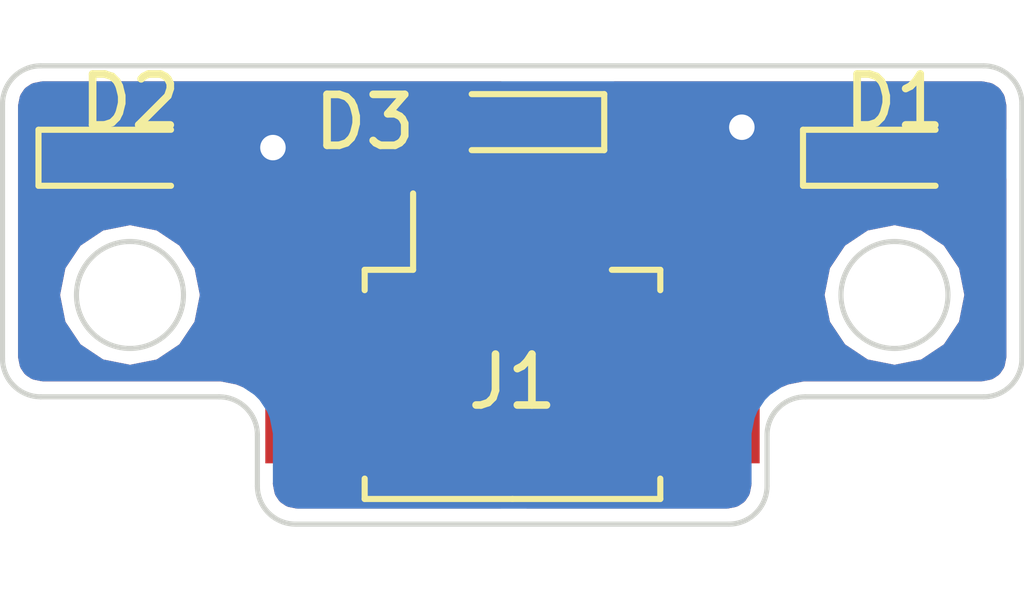
<source format=kicad_pcb>
(kicad_pcb (version 20171130) (host pcbnew "(6.0.0-rc1-dev-634-gb5e3f6406)")

  (general
    (thickness 1.6)
    (drawings 72)
    (tracks 13)
    (zones 0)
    (modules 4)
    (nets 5)
  )

  (page A4)
  (layers
    (0 F.Cu signal)
    (31 B.Cu signal)
    (32 B.Adhes user)
    (33 F.Adhes user)
    (34 B.Paste user)
    (35 F.Paste user)
    (36 B.SilkS user)
    (37 F.SilkS user)
    (38 B.Mask user)
    (39 F.Mask user)
    (40 Dwgs.User user)
    (41 Cmts.User user)
    (42 Eco1.User user)
    (43 Eco2.User user)
    (44 Edge.Cuts user)
    (45 Margin user)
    (46 B.CrtYd user)
    (47 F.CrtYd user)
    (48 B.Fab user)
    (49 F.Fab user)
  )

  (setup
    (last_trace_width 0.25)
    (user_trace_width 0.5)
    (trace_clearance 0.2)
    (zone_clearance 0.254)
    (zone_45_only no)
    (trace_min 0.2)
    (via_size 0.8)
    (via_drill 0.4)
    (via_min_size 0.4)
    (via_min_drill 0.3)
    (user_via 1 0.5)
    (uvia_size 0.3)
    (uvia_drill 0.1)
    (uvias_allowed no)
    (uvia_min_size 0.2)
    (uvia_min_drill 0.1)
    (edge_width 0.2)
    (segment_width 0.2)
    (pcb_text_width 0.3)
    (pcb_text_size 1.5 1.5)
    (mod_edge_width 0.15)
    (mod_text_size 1 1)
    (mod_text_width 0.15)
    (pad_size 1.524 1.524)
    (pad_drill 0.762)
    (pad_to_mask_clearance 0.01)
    (solder_mask_min_width 0.25)
    (aux_axis_origin 0 0)
    (visible_elements FFFFFF7F)
    (pcbplotparams
      (layerselection 0x010fc_ffffffff)
      (usegerberextensions true)
      (usegerberattributes false)
      (usegerberadvancedattributes false)
      (creategerberjobfile false)
      (excludeedgelayer true)
      (linewidth 0.100000)
      (plotframeref false)
      (viasonmask false)
      (mode 1)
      (useauxorigin true)
      (hpglpennumber 1)
      (hpglpenspeed 20)
      (hpglpendiameter 15.000000)
      (psnegative false)
      (psa4output false)
      (plotreference true)
      (plotvalue true)
      (plotinvisibletext false)
      (padsonsilk false)
      (subtractmaskfromsilk false)
      (outputformat 1)
      (mirror false)
      (drillshape 0)
      (scaleselection 1)
      (outputdirectory "gerber/"))
  )

  (net 0 "")
  (net 1 "Net-(D1-Pad2)")
  (net 2 "Net-(D1-Pad1)")
  (net 3 "Net-(D2-Pad1)")
  (net 4 "Net-(D3-Pad1)")

  (net_class Default "This is the default net class."
    (clearance 0.2)
    (trace_width 0.25)
    (via_dia 0.8)
    (via_drill 0.4)
    (uvia_dia 0.3)
    (uvia_drill 0.1)
    (add_net "Net-(D1-Pad1)")
    (add_net "Net-(D1-Pad2)")
    (add_net "Net-(D2-Pad1)")
    (add_net "Net-(D3-Pad1)")
  )

  (module LEDs:LED_0603_HandSoldering (layer F.Cu) (tedit 595FC9C0) (tstamp 5B3A14F0)
    (at 145 97.3)
    (descr "LED SMD 0603, hand soldering")
    (tags "LED 0603")
    (path /5B3A17E1)
    (attr smd)
    (fp_text reference D1 (at 0 -1.1) (layer F.SilkS)
      (effects (font (size 1 1) (thickness 0.15)))
    )
    (fp_text value LED (at 0 1.55) (layer F.Fab)
      (effects (font (size 1 1) (thickness 0.15)))
    )
    (fp_line (start -0.8 -0.4) (end -0.8 0.4) (layer F.Fab) (width 0.1))
    (fp_line (start 1.95 0.7) (end -1.96 0.7) (layer F.CrtYd) (width 0.05))
    (fp_line (start 1.95 0.7) (end 1.95 -0.7) (layer F.CrtYd) (width 0.05))
    (fp_line (start -1.96 -0.7) (end -1.96 0.7) (layer F.CrtYd) (width 0.05))
    (fp_line (start -1.96 -0.7) (end 1.95 -0.7) (layer F.CrtYd) (width 0.05))
    (fp_line (start -1.8 -0.55) (end 0.8 -0.55) (layer F.SilkS) (width 0.12))
    (fp_line (start -1.8 0.55) (end 0.8 0.55) (layer F.SilkS) (width 0.12))
    (fp_line (start -0.8 -0.4) (end 0.8 -0.4) (layer F.Fab) (width 0.1))
    (fp_line (start 0.8 -0.4) (end 0.8 0.4) (layer F.Fab) (width 0.1))
    (fp_line (start 0.8 0.4) (end -0.8 0.4) (layer F.Fab) (width 0.1))
    (fp_line (start 0.15 -0.2) (end 0.15 0.2) (layer F.Fab) (width 0.1))
    (fp_line (start 0.15 0.2) (end -0.15 0) (layer F.Fab) (width 0.1))
    (fp_line (start -0.15 0) (end 0.15 -0.2) (layer F.Fab) (width 0.1))
    (fp_line (start -0.2 -0.2) (end -0.2 0.2) (layer F.Fab) (width 0.1))
    (fp_line (start -1.8 -0.55) (end -1.8 0.55) (layer F.SilkS) (width 0.12))
    (pad 2 smd rect (at 1.1 0) (size 1.2 0.9) (layers F.Cu F.Paste F.Mask)
      (net 1 "Net-(D1-Pad2)"))
    (pad 1 smd rect (at -1.1 0) (size 1.2 0.9) (layers F.Cu F.Paste F.Mask)
      (net 2 "Net-(D1-Pad1)"))
    (model ${KISYS3DMOD}/LED_SMD.3dshapes/LED_0603_1608Metric.step
      (at (xyz 0 0 0))
      (scale (xyz 1 1 1))
      (rotate (xyz 0 0 0))
    )
  )

  (module LEDs:LED_0603_HandSoldering (layer F.Cu) (tedit 595FC9C0) (tstamp 5B3A1505)
    (at 137.5 96.6 180)
    (descr "LED SMD 0603, hand soldering")
    (tags "LED 0603")
    (path /5B3A1839)
    (attr smd)
    (fp_text reference D3 (at 2.9 0 180) (layer F.SilkS)
      (effects (font (size 1 1) (thickness 0.15)))
    )
    (fp_text value LED (at 0 1.55 180) (layer F.Fab)
      (effects (font (size 1 1) (thickness 0.15)))
    )
    (fp_line (start -1.8 -0.55) (end -1.8 0.55) (layer F.SilkS) (width 0.12))
    (fp_line (start -0.2 -0.2) (end -0.2 0.2) (layer F.Fab) (width 0.1))
    (fp_line (start -0.15 0) (end 0.15 -0.2) (layer F.Fab) (width 0.1))
    (fp_line (start 0.15 0.2) (end -0.15 0) (layer F.Fab) (width 0.1))
    (fp_line (start 0.15 -0.2) (end 0.15 0.2) (layer F.Fab) (width 0.1))
    (fp_line (start 0.8 0.4) (end -0.8 0.4) (layer F.Fab) (width 0.1))
    (fp_line (start 0.8 -0.4) (end 0.8 0.4) (layer F.Fab) (width 0.1))
    (fp_line (start -0.8 -0.4) (end 0.8 -0.4) (layer F.Fab) (width 0.1))
    (fp_line (start -1.8 0.55) (end 0.8 0.55) (layer F.SilkS) (width 0.12))
    (fp_line (start -1.8 -0.55) (end 0.8 -0.55) (layer F.SilkS) (width 0.12))
    (fp_line (start -1.96 -0.7) (end 1.95 -0.7) (layer F.CrtYd) (width 0.05))
    (fp_line (start -1.96 -0.7) (end -1.96 0.7) (layer F.CrtYd) (width 0.05))
    (fp_line (start 1.95 0.7) (end 1.95 -0.7) (layer F.CrtYd) (width 0.05))
    (fp_line (start 1.95 0.7) (end -1.96 0.7) (layer F.CrtYd) (width 0.05))
    (fp_line (start -0.8 -0.4) (end -0.8 0.4) (layer F.Fab) (width 0.1))
    (pad 1 smd rect (at -1.1 0 180) (size 1.2 0.9) (layers F.Cu F.Paste F.Mask)
      (net 4 "Net-(D3-Pad1)"))
    (pad 2 smd rect (at 1.1 0 180) (size 1.2 0.9) (layers F.Cu F.Paste F.Mask)
      (net 3 "Net-(D2-Pad1)"))
    (model ${KISYS3DMOD}/LED_SMD.3dshapes/LED_0603_1608Metric.step
      (at (xyz 0 0 0))
      (scale (xyz 1 1 1))
      (rotate (xyz 0 0 180))
    )
  )

  (module LEDs:LED_0603_HandSoldering (layer F.Cu) (tedit 595FC9C0) (tstamp 5B3A151A)
    (at 130 97.3)
    (descr "LED SMD 0603, hand soldering")
    (tags "LED 0603")
    (path /5B3A1855)
    (attr smd)
    (fp_text reference D2 (at 0 -1.1) (layer F.SilkS)
      (effects (font (size 1 1) (thickness 0.15)))
    )
    (fp_text value LED (at 0 1.55) (layer F.Fab)
      (effects (font (size 1 1) (thickness 0.15)))
    )
    (fp_line (start -0.8 -0.4) (end -0.8 0.4) (layer F.Fab) (width 0.1))
    (fp_line (start 1.95 0.7) (end -1.96 0.7) (layer F.CrtYd) (width 0.05))
    (fp_line (start 1.95 0.7) (end 1.95 -0.7) (layer F.CrtYd) (width 0.05))
    (fp_line (start -1.96 -0.7) (end -1.96 0.7) (layer F.CrtYd) (width 0.05))
    (fp_line (start -1.96 -0.7) (end 1.95 -0.7) (layer F.CrtYd) (width 0.05))
    (fp_line (start -1.8 -0.55) (end 0.8 -0.55) (layer F.SilkS) (width 0.12))
    (fp_line (start -1.8 0.55) (end 0.8 0.55) (layer F.SilkS) (width 0.12))
    (fp_line (start -0.8 -0.4) (end 0.8 -0.4) (layer F.Fab) (width 0.1))
    (fp_line (start 0.8 -0.4) (end 0.8 0.4) (layer F.Fab) (width 0.1))
    (fp_line (start 0.8 0.4) (end -0.8 0.4) (layer F.Fab) (width 0.1))
    (fp_line (start 0.15 -0.2) (end 0.15 0.2) (layer F.Fab) (width 0.1))
    (fp_line (start 0.15 0.2) (end -0.15 0) (layer F.Fab) (width 0.1))
    (fp_line (start -0.15 0) (end 0.15 -0.2) (layer F.Fab) (width 0.1))
    (fp_line (start -0.2 -0.2) (end -0.2 0.2) (layer F.Fab) (width 0.1))
    (fp_line (start -1.8 -0.55) (end -1.8 0.55) (layer F.SilkS) (width 0.12))
    (pad 2 smd rect (at 1.1 0) (size 1.2 0.9) (layers F.Cu F.Paste F.Mask)
      (net 2 "Net-(D1-Pad1)"))
    (pad 1 smd rect (at -1.1 0) (size 1.2 0.9) (layers F.Cu F.Paste F.Mask)
      (net 3 "Net-(D2-Pad1)"))
    (model ${KISYS3DMOD}/LED_SMD.3dshapes/LED_0603_1608Metric.step
      (at (xyz 0 0 0))
      (scale (xyz 1 1 1))
      (rotate (xyz 0 0 0))
    )
  )

  (module Connectors_Molex:Molex_PicoBlade_53261-0371_03x1.25mm_Angled (layer F.Cu) (tedit 58A3B7FA) (tstamp 5B3A1662)
    (at 137.5 100.3)
    (descr "Molex PicoBlade, single row, side entry type, surface mount, PN:53261-0371")
    (tags "connector molex picoblade smt")
    (path /5B3A171B)
    (attr smd)
    (fp_text reference J1 (at 0 1.4) (layer F.SilkS)
      (effects (font (size 1 1) (thickness 0.15)))
    )
    (fp_text value Conn_01x03 (at 0 5) (layer F.Fab)
      (effects (font (size 1 1) (thickness 0.15)))
    )
    (fp_text user %R (at 0 2.5) (layer F.Fab)
      (effects (font (size 1 1) (thickness 0.15)))
    )
    (fp_line (start 5.4 4.15) (end 0 4.15) (layer F.CrtYd) (width 0.05))
    (fp_line (start 5.4 -1.25) (end 5.4 4.15) (layer F.CrtYd) (width 0.05))
    (fp_line (start 2.4 -1.25) (end 5.4 -1.25) (layer F.CrtYd) (width 0.05))
    (fp_line (start 2.4 -2.85) (end 2.4 -1.25) (layer F.CrtYd) (width 0.05))
    (fp_line (start 0 -2.85) (end 2.4 -2.85) (layer F.CrtYd) (width 0.05))
    (fp_line (start -5.4 4.15) (end 0 4.15) (layer F.CrtYd) (width 0.05))
    (fp_line (start -5.4 -1.25) (end -5.4 4.15) (layer F.CrtYd) (width 0.05))
    (fp_line (start -2.4 -1.25) (end -5.4 -1.25) (layer F.CrtYd) (width 0.05))
    (fp_line (start -2.4 -2.85) (end -2.4 -1.25) (layer F.CrtYd) (width 0.05))
    (fp_line (start 0 -2.85) (end -2.4 -2.85) (layer F.CrtYd) (width 0.05))
    (fp_line (start -0.85 -0.65) (end -1.65 -0.65) (layer F.Fab) (width 0.1))
    (fp_line (start -1.25 0.15) (end -0.85 -0.65) (layer F.Fab) (width 0.1))
    (fp_line (start -1.65 -0.65) (end -1.25 0.15) (layer F.Fab) (width 0.1))
    (fp_line (start -1.95 -0.8) (end -1.95 -2.3) (layer F.SilkS) (width 0.12))
    (fp_line (start -2.9 3.7) (end 0 3.7) (layer F.SilkS) (width 0.12))
    (fp_line (start -2.9 3.3) (end -2.9 3.7) (layer F.SilkS) (width 0.12))
    (fp_line (start 2.9 3.7) (end 0 3.7) (layer F.SilkS) (width 0.12))
    (fp_line (start 2.9 3.3) (end 2.9 3.7) (layer F.SilkS) (width 0.12))
    (fp_line (start -2.9 -0.8) (end -2.9 -0.4) (layer F.SilkS) (width 0.12))
    (fp_line (start -1.95 -0.8) (end -2.9 -0.8) (layer F.SilkS) (width 0.12))
    (fp_line (start 2.9 -0.8) (end 2.9 -0.4) (layer F.SilkS) (width 0.12))
    (fp_line (start 1.95 -0.8) (end 2.9 -0.8) (layer F.SilkS) (width 0.12))
    (fp_line (start -4.25 3.15) (end -2.75 3.15) (layer F.Fab) (width 0.1))
    (fp_line (start -4.25 0.35) (end -4.25 3.15) (layer F.Fab) (width 0.1))
    (fp_line (start -2.75 0.35) (end -4.25 0.35) (layer F.Fab) (width 0.1))
    (fp_line (start 4.25 3.15) (end 2.75 3.15) (layer F.Fab) (width 0.1))
    (fp_line (start 4.25 0.35) (end 4.25 3.15) (layer F.Fab) (width 0.1))
    (fp_line (start 2.75 0.35) (end 4.25 0.35) (layer F.Fab) (width 0.1))
    (fp_line (start 2.75 3.55) (end -2.75 3.55) (layer F.Fab) (width 0.1))
    (fp_line (start 2.75 -0.65) (end 2.75 3.55) (layer F.Fab) (width 0.1))
    (fp_line (start -2.75 -0.65) (end 2.75 -0.65) (layer F.Fab) (width 0.1))
    (fp_line (start -2.75 3.55) (end -2.75 -0.65) (layer F.Fab) (width 0.1))
    (pad "" smd rect (at 3.75 1.45) (size 2.2 3.1) (layers F.Cu F.Paste F.Mask))
    (pad "" smd rect (at -3.75 1.45) (size 2.2 3.1) (layers F.Cu F.Paste F.Mask))
    (pad 3 smd rect (at 1.25 -1.45) (size 0.8 1.7) (layers F.Cu F.Paste F.Mask)
      (net 1 "Net-(D1-Pad2)"))
    (pad 2 smd rect (at 0 -1.45) (size 0.8 1.7) (layers F.Cu F.Paste F.Mask)
      (net 4 "Net-(D3-Pad1)"))
    (pad 1 smd rect (at -1.25 -1.45) (size 0.8 1.7) (layers F.Cu F.Paste F.Mask)
      (net 3 "Net-(D2-Pad1)"))
    (model ${KISYS3DMOD}/Connector_Molex.3dshapes/Molex_PicoBlade_53261-0371_1x03-1MP_P1.25mm_Horizontal.step
      (offset (xyz 0 -1 0))
      (scale (xyz 1 1 1))
      (rotate (xyz 0 0 0))
    )
  )

  (gr_line (start 136.12 98.25) (end 136.12 98.65) (layer Dwgs.User) (width 0.1))
  (gr_line (start 140.08 100.05) (end 140.08 99.05) (layer Dwgs.User) (width 0.1))
  (gr_line (start 139.58 100.05) (end 140.08 100.05) (layer Dwgs.User) (width 0.1))
  (gr_line (start 139.58 99.05) (end 139.58 100.05) (layer Dwgs.User) (width 0.1))
  (gr_line (start 140.08 99.05) (end 139.58 99.05) (layer Dwgs.User) (width 0.1))
  (gr_line (start 134.98 99.05) (end 134.98 100.05) (layer Dwgs.User) (width 0.1))
  (gr_line (start 135.48 99.05) (end 134.98 99.05) (layer Dwgs.User) (width 0.1))
  (gr_line (start 135.48 100.05) (end 135.48 99.05) (layer Dwgs.User) (width 0.1))
  (gr_line (start 134.98 100.05) (end 135.48 100.05) (layer Dwgs.User) (width 0.1))
  (gr_line (start 136.694838 97.024097) (end 138.294838 97.024097) (layer Dwgs.User) (width 0.1))
  (gr_line (start 136.694838 96.224097) (end 136.694838 97.024097) (layer Dwgs.User) (width 0.1))
  (gr_line (start 138.294838 96.224097) (end 136.694838 96.224097) (layer Dwgs.User) (width 0.1))
  (gr_line (start 138.294838 97.024097) (end 138.294838 96.224097) (layer Dwgs.User) (width 0.1))
  (gr_line (start 129.194838 96.881332) (end 129.194838 97.681332) (layer Dwgs.User) (width 0.1))
  (gr_line (start 130.794838 96.881332) (end 129.194838 96.881332) (layer Dwgs.User) (width 0.1))
  (gr_line (start 130.794838 97.681332) (end 130.794838 96.881332) (layer Dwgs.User) (width 0.1))
  (gr_line (start 129.194838 97.681332) (end 130.794838 97.681332) (layer Dwgs.User) (width 0.1))
  (gr_line (start 144.194838 96.881332) (end 144.194838 97.681332) (layer Dwgs.User) (width 0.1))
  (gr_line (start 145.794838 96.881332) (end 144.194838 96.881332) (layer Dwgs.User) (width 0.1))
  (gr_line (start 145.794838 97.681332) (end 145.794838 96.881332) (layer Dwgs.User) (width 0.1))
  (gr_line (start 144.194838 97.681332) (end 145.794838 97.681332) (layer Dwgs.User) (width 0.1))
  (gr_arc (start 128.244838 96.24405) (end 128.244838 95.49405) (angle -90) (layer Edge.Cuts) (width 0.1))
  (gr_line (start 127.494838 101.24405) (end 127.494838 96.24405) (layer Edge.Cuts) (width 0.1))
  (gr_arc (start 128.244838 101.24405) (end 127.494838 101.24405) (angle -90) (layer Edge.Cuts) (width 0.1))
  (gr_line (start 131.744838 101.99405) (end 128.244838 101.99405) (layer Edge.Cuts) (width 0.1))
  (gr_arc (start 131.744838 102.74405) (end 132.494838 102.74405) (angle -90) (layer Edge.Cuts) (width 0.1))
  (gr_line (start 128.244838 95.49405) (end 146.744838 95.49405) (layer Edge.Cuts) (width 0.1))
  (gr_line (start 132.494838 103.74405) (end 132.494838 102.74405) (layer Edge.Cuts) (width 0.1))
  (gr_arc (start 133.244838 103.74405) (end 132.494838 103.74405) (angle -90) (layer Edge.Cuts) (width 0.1))
  (gr_line (start 141.744838 104.49405) (end 133.244838 104.49405) (layer Edge.Cuts) (width 0.1))
  (gr_arc (start 141.744838 103.74405) (end 141.744838 104.49405) (angle -90) (layer Edge.Cuts) (width 0.1))
  (gr_line (start 142.494838 103.74405) (end 142.494838 102.74405) (layer Edge.Cuts) (width 0.1))
  (gr_arc (start 143.244838 102.74405) (end 143.244838 101.99405) (angle -90) (layer Edge.Cuts) (width 0.1))
  (gr_line (start 143.244838 101.99405) (end 146.744838 101.99405) (layer Edge.Cuts) (width 0.1))
  (gr_arc (start 146.744838 101.24405) (end 146.744838 101.99405) (angle -90) (layer Edge.Cuts) (width 0.1))
  (gr_circle (center 144.994838 99.99405) (end 146.044838 99.99405) (layer Edge.Cuts) (width 0.1))
  (gr_circle (center 129.994838 99.99405) (end 131.044838 99.99405) (layer Edge.Cuts) (width 0.1))
  (gr_line (start 147.494838 101.24405) (end 147.494838 96.24405) (layer Edge.Cuts) (width 0.1))
  (gr_arc (start 146.744838 96.24405) (end 147.494838 96.24405) (angle -90) (layer Edge.Cuts) (width 0.1))
  (gr_circle (center 129.994838 99.99405) (end 131.494838 99.99405) (layer Dwgs.User) (width 0.1))
  (gr_circle (center 144.994838 99.99405) (end 146.494838 99.99405) (layer Dwgs.User) (width 0.1))
  (gr_line (start 140.955 100.05) (end 140.955 102.25) (layer Dwgs.User) (width 0.1))
  (gr_line (start 141.78 100.05) (end 140.955 100.05) (layer Dwgs.User) (width 0.1))
  (gr_line (start 141.98 100.25) (end 141.78 100.05) (layer Dwgs.User) (width 0.1))
  (gr_line (start 141.98 102.05) (end 141.98 100.25) (layer Dwgs.User) (width 0.1))
  (gr_line (start 141.78 102.25) (end 141.98 102.05) (layer Dwgs.User) (width 0.1))
  (gr_line (start 140.955 102.25) (end 141.78 102.25) (layer Dwgs.User) (width 0.1))
  (gr_line (start 134.105 102.25) (end 134.105 100.05) (layer Dwgs.User) (width 0.1))
  (gr_line (start 133.28 102.25) (end 134.105 102.25) (layer Dwgs.User) (width 0.1))
  (gr_line (start 133.08 102.05) (end 133.28 102.25) (layer Dwgs.User) (width 0.1))
  (gr_line (start 133.08 100.25) (end 133.08 102.05) (layer Dwgs.User) (width 0.1))
  (gr_line (start 137.69 98.65) (end 137.69 98.25) (layer Dwgs.User) (width 0.1))
  (gr_line (start 137.37 98.65) (end 137.69 98.65) (layer Dwgs.User) (width 0.1))
  (gr_line (start 137.37 98.25) (end 137.37 98.65) (layer Dwgs.User) (width 0.1))
  (gr_line (start 136.44 98.25) (end 136.12 98.25) (layer Dwgs.User) (width 0.1))
  (gr_line (start 136.44 98.65) (end 136.44 98.25) (layer Dwgs.User) (width 0.1))
  (gr_line (start 136.12 98.65) (end 136.44 98.65) (layer Dwgs.User) (width 0.1))
  (gr_line (start 133.28 100.05) (end 133.08 100.25) (layer Dwgs.User) (width 0.1))
  (gr_line (start 134.105 100.05) (end 133.28 100.05) (layer Dwgs.User) (width 0.1))
  (gr_line (start 134.98 102.25) (end 134.98 103.25) (layer Dwgs.User) (width 0.1))
  (gr_line (start 135.48 102.25) (end 134.98 102.25) (layer Dwgs.User) (width 0.1))
  (gr_line (start 135.48 103.25) (end 135.48 102.25) (layer Dwgs.User) (width 0.1))
  (gr_line (start 134.98 103.25) (end 135.48 103.25) (layer Dwgs.User) (width 0.1))
  (gr_line (start 139.58 102.25) (end 139.58 103.25) (layer Dwgs.User) (width 0.1))
  (gr_line (start 140.08 102.25) (end 139.58 102.25) (layer Dwgs.User) (width 0.1))
  (gr_line (start 140.08 103.25) (end 140.08 102.25) (layer Dwgs.User) (width 0.1))
  (gr_line (start 139.58 103.25) (end 140.08 103.25) (layer Dwgs.User) (width 0.1))
  (gr_line (start 138.94 98.25) (end 138.62 98.25) (layer Dwgs.User) (width 0.1))
  (gr_line (start 138.94 98.65) (end 138.94 98.25) (layer Dwgs.User) (width 0.1))
  (gr_line (start 138.62 98.65) (end 138.94 98.65) (layer Dwgs.User) (width 0.1))
  (gr_line (start 138.62 98.25) (end 138.62 98.65) (layer Dwgs.User) (width 0.1))
  (gr_line (start 137.69 98.25) (end 137.37 98.25) (layer Dwgs.User) (width 0.1))

  (via (at 142 96.700004) (size 1) (drill 0.5) (layers F.Cu B.Cu) (net 2))
  (segment (start 143.9 97.3) (end 142.599996 97.3) (width 0.5) (layer F.Cu) (net 2))
  (segment (start 142.599996 97.3) (end 142.499999 97.200003) (width 0.5) (layer F.Cu) (net 2))
  (segment (start 142.499999 97.200003) (end 142 96.700004) (width 0.5) (layer F.Cu) (net 2))
  (via (at 132.800004 97.1) (size 1) (drill 0.5) (layers F.Cu B.Cu) (net 2))
  (segment (start 131.1 97.3) (end 132.600004 97.3) (width 0.5) (layer F.Cu) (net 2))
  (segment (start 132.600004 97.3) (end 132.800004 97.1) (width 0.5) (layer F.Cu) (net 2))
  (segment (start 142 96.700004) (end 133.2 96.700004) (width 0.5) (layer B.Cu) (net 2))
  (segment (start 133.2 96.700004) (end 132.800004 97.1) (width 0.5) (layer B.Cu) (net 2))
  (segment (start 136.4 98.7) (end 136.25 98.85) (width 0.5) (layer F.Cu) (net 3))
  (segment (start 136.4 96.6) (end 136.4 98.7) (width 0.5) (layer F.Cu) (net 3))
  (segment (start 137.5 97.7) (end 137.5 98.85) (width 0.5) (layer F.Cu) (net 4))
  (segment (start 138.6 96.6) (end 137.5 97.7) (width 0.5) (layer F.Cu) (net 4))

  (zone (net 3) (net_name "Net-(D2-Pad1)") (layer F.Cu) (tstamp 5B7034D1) (hatch edge 0.508)
    (priority 3)
    (connect_pads yes (clearance 0.254))
    (min_thickness 0.254)
    (fill yes (arc_segments 16) (thermal_gap 0.508) (thermal_bridge_width 0.508))
    (polygon
      (pts
        (xy 127.6 95.5) (xy 137.4 95.5) (xy 137.4 104.5) (xy 127.6 104.5)
      )
    )
    (filled_polygon
      (pts
        (xy 137.273 97.034632) (xy 137.097764 97.209868) (xy 137.045074 97.245074) (xy 136.935614 97.408894) (xy 136.905611 97.453797)
        (xy 136.856638 97.7) (xy 136.857408 97.70387) (xy 136.825314 97.725314) (xy 136.741106 97.851341) (xy 136.711536 98)
        (xy 136.711536 99.7) (xy 136.741106 99.848659) (xy 136.825314 99.974686) (xy 136.951341 100.058894) (xy 137.1 100.088464)
        (xy 137.273 100.088464) (xy 137.273 104.06305) (xy 133.287289 104.06305) (xy 133.125992 104.030966) (xy 133.025242 103.963647)
        (xy 132.957922 103.862895) (xy 132.925838 103.701599) (xy 132.925838 103.688464) (xy 134.85 103.688464) (xy 134.998659 103.658894)
        (xy 135.124686 103.574686) (xy 135.208894 103.448659) (xy 135.238464 103.3) (xy 135.238464 100.2) (xy 135.208894 100.051341)
        (xy 135.124686 99.925314) (xy 134.998659 99.841106) (xy 134.85 99.811536) (xy 132.65 99.811536) (xy 132.501341 99.841106)
        (xy 132.375314 99.925314) (xy 132.291106 100.051341) (xy 132.261536 100.2) (xy 132.261536 101.688731) (xy 132.115934 101.628421)
        (xy 131.828921 101.571331) (xy 131.828914 101.571331) (xy 131.787283 101.56305) (xy 128.287289 101.56305) (xy 128.125992 101.530966)
        (xy 128.025242 101.463647) (xy 127.957922 101.362895) (xy 127.925838 101.201599) (xy 127.925838 99.99405) (xy 128.493838 99.99405)
        (xy 128.608095 100.568458) (xy 128.933471 101.055417) (xy 129.42043 101.380793) (xy 129.994838 101.49505) (xy 130.569246 101.380793)
        (xy 131.056205 101.055417) (xy 131.381581 100.568458) (xy 131.495838 99.99405) (xy 131.381581 99.419642) (xy 131.056205 98.932683)
        (xy 130.569246 98.607307) (xy 129.994838 98.49305) (xy 129.42043 98.607307) (xy 128.933471 98.932683) (xy 128.608095 99.419642)
        (xy 128.493838 99.99405) (xy 127.925838 99.99405) (xy 127.925838 96.85) (xy 130.111536 96.85) (xy 130.111536 97.75)
        (xy 130.141106 97.898659) (xy 130.225314 98.024686) (xy 130.351341 98.108894) (xy 130.5 98.138464) (xy 131.7 98.138464)
        (xy 131.848659 98.108894) (xy 131.974686 98.024686) (xy 132.037285 97.931) (xy 132.504051 97.931) (xy 132.624762 97.981)
        (xy 132.975246 97.981) (xy 133.299051 97.846876) (xy 133.54688 97.599047) (xy 133.681004 97.275242) (xy 133.681004 96.924758)
        (xy 133.54688 96.600953) (xy 133.299051 96.353124) (xy 132.975246 96.219) (xy 132.624762 96.219) (xy 132.300957 96.353124)
        (xy 132.053128 96.600953) (xy 132.029665 96.657597) (xy 131.974686 96.575314) (xy 131.848659 96.491106) (xy 131.7 96.461536)
        (xy 130.5 96.461536) (xy 130.351341 96.491106) (xy 130.225314 96.575314) (xy 130.141106 96.701341) (xy 130.111536 96.85)
        (xy 127.925838 96.85) (xy 127.925838 96.286501) (xy 127.957922 96.125205) (xy 128.025242 96.024453) (xy 128.125992 95.957134)
        (xy 128.287289 95.92505) (xy 137.273 95.92505)
      )
    )
  )
  (zone (net 2) (net_name "Net-(D1-Pad1)") (layer F.Cu) (tstamp 5B7034CB) (hatch edge 0.508)
    (connect_pads yes (clearance 0.254))
    (min_thickness 0.254)
    (fill yes (arc_segments 16) (thermal_gap 0.508) (thermal_bridge_width 0.508))
    (polygon
      (pts
        (xy 136.9 95.5) (xy 147.5 95.5) (xy 147.5 99.9) (xy 136.9 99.9)
      )
    )
    (filled_polygon
      (pts
        (xy 146.863683 95.957134) (xy 146.964435 96.024454) (xy 147.031754 96.125204) (xy 147.063839 96.286506) (xy 147.063839 96.726201)
        (xy 147.058894 96.701341) (xy 146.974686 96.575314) (xy 146.848659 96.491106) (xy 146.7 96.461536) (xy 145.5 96.461536)
        (xy 145.351341 96.491106) (xy 145.225314 96.575314) (xy 145.141106 96.701341) (xy 145.111536 96.85) (xy 145.111536 97.219)
        (xy 139.545303 97.219) (xy 139.558894 97.198659) (xy 139.588464 97.05) (xy 139.588464 96.15) (xy 139.558894 96.001341)
        (xy 139.507918 95.92505) (xy 146.702387 95.92505)
      )
    )
  )
  (zone (net 1) (net_name "Net-(D1-Pad2)") (layer F.Cu) (tstamp 5B7034C8) (hatch edge 0.508)
    (priority 1)
    (connect_pads yes (clearance 0.254))
    (min_thickness 0.254)
    (fill yes (arc_segments 16) (thermal_gap 0.508) (thermal_bridge_width 0.508))
    (polygon
      (pts
        (xy 137.6 104.5) (xy 137.6 97.6) (xy 147.5 97.6) (xy 147.5 104.4)
      )
    )
    (filled_polygon
      (pts
        (xy 142.14507 97.754926) (xy 142.353792 97.894389) (xy 142.537848 97.931) (xy 142.537849 97.931) (xy 142.599995 97.943362)
        (xy 142.662142 97.931) (xy 142.962715 97.931) (xy 143.025314 98.024686) (xy 143.151341 98.108894) (xy 143.3 98.138464)
        (xy 144.5 98.138464) (xy 144.648659 98.108894) (xy 144.774686 98.024686) (xy 144.858894 97.898659) (xy 144.888464 97.75)
        (xy 144.888464 97.727) (xy 147.063839 97.727) (xy 147.063838 101.201599) (xy 147.031754 101.362896) (xy 146.964435 101.463646)
        (xy 146.863683 101.530966) (xy 146.702387 101.56305) (xy 143.202393 101.56305) (xy 143.160762 101.571331) (xy 143.160755 101.571331)
        (xy 142.873742 101.628421) (xy 142.738464 101.684455) (xy 142.738464 100.2) (xy 142.708894 100.051341) (xy 142.670614 99.99405)
        (xy 143.493838 99.99405) (xy 143.608095 100.568458) (xy 143.933471 101.055417) (xy 144.42043 101.380793) (xy 144.994838 101.49505)
        (xy 145.569246 101.380793) (xy 146.056205 101.055417) (xy 146.381581 100.568458) (xy 146.495838 99.99405) (xy 146.381581 99.419642)
        (xy 146.056205 98.932683) (xy 145.569246 98.607307) (xy 144.994838 98.49305) (xy 144.42043 98.607307) (xy 143.933471 98.932683)
        (xy 143.608095 99.419642) (xy 143.493838 99.99405) (xy 142.670614 99.99405) (xy 142.624686 99.925314) (xy 142.498659 99.841106)
        (xy 142.35 99.811536) (xy 140.15 99.811536) (xy 140.001341 99.841106) (xy 139.875314 99.925314) (xy 139.791106 100.051341)
        (xy 139.761536 100.2) (xy 139.761536 103.3) (xy 139.791106 103.448659) (xy 139.875314 103.574686) (xy 140.001341 103.658894)
        (xy 140.15 103.688464) (xy 142.063838 103.688464) (xy 142.063838 103.701598) (xy 142.031754 103.862896) (xy 141.964435 103.963646)
        (xy 141.863683 104.030966) (xy 141.702387 104.06305) (xy 137.781 104.06305) (xy 137.781 100.088464) (xy 137.9 100.088464)
        (xy 138.048659 100.058894) (xy 138.174686 99.974686) (xy 138.258894 99.848659) (xy 138.288464 99.7) (xy 138.288464 98)
        (xy 138.258894 97.851341) (xy 138.251738 97.840631) (xy 138.365369 97.727) (xy 142.12641 97.727)
      )
    )
  )
  (zone (net 2) (net_name "Net-(D1-Pad1)") (layer B.Cu) (tstamp 5BCDBE88) (hatch edge 0.508)
    (connect_pads yes (clearance 0.254))
    (min_thickness 0.254)
    (fill yes (arc_segments 16) (thermal_gap 0.508) (thermal_bridge_width 0.508))
    (polygon
      (pts
        (xy 127.6 95.5) (xy 147.5 95.4) (xy 147.5 104.5) (xy 127.6 104.5)
      )
    )
    (filled_polygon
      (pts
        (xy 146.863683 95.957134) (xy 146.964435 96.024454) (xy 147.031754 96.125204) (xy 147.063839 96.286506) (xy 147.063838 101.201599)
        (xy 147.031754 101.362896) (xy 146.964435 101.463646) (xy 146.863683 101.530966) (xy 146.702387 101.56305) (xy 143.202393 101.56305)
        (xy 143.160762 101.571331) (xy 143.160755 101.571331) (xy 142.873742 101.628421) (xy 142.718374 101.692776) (xy 142.718373 101.692777)
        (xy 142.475056 101.855357) (xy 142.376633 101.953781) (xy 142.356145 101.974269) (xy 142.193565 102.217585) (xy 142.193564 102.217586)
        (xy 142.129209 102.372954) (xy 142.072119 102.659967) (xy 142.072119 102.659979) (xy 142.063839 102.701605) (xy 142.063838 103.701598)
        (xy 142.031754 103.862896) (xy 141.964435 103.963646) (xy 141.863683 104.030966) (xy 141.702387 104.06305) (xy 133.287289 104.06305)
        (xy 133.125992 104.030966) (xy 133.025242 103.963647) (xy 132.957922 103.862895) (xy 132.925838 103.701599) (xy 132.925838 102.701605)
        (xy 132.917557 102.659974) (xy 132.917557 102.659967) (xy 132.860467 102.372954) (xy 132.796112 102.217586) (xy 132.796111 102.217585)
        (xy 132.633531 101.974268) (xy 132.514618 101.855356) (xy 132.514617 101.855355) (xy 132.271303 101.692777) (xy 132.271302 101.692776)
        (xy 132.115934 101.628421) (xy 131.828921 101.571331) (xy 131.828914 101.571331) (xy 131.787283 101.56305) (xy 128.287289 101.56305)
        (xy 128.125992 101.530966) (xy 128.025242 101.463647) (xy 127.957922 101.362895) (xy 127.925838 101.201599) (xy 127.925838 99.99405)
        (xy 128.493838 99.99405) (xy 128.608095 100.568458) (xy 128.933471 101.055417) (xy 129.42043 101.380793) (xy 129.994838 101.49505)
        (xy 130.569246 101.380793) (xy 131.056205 101.055417) (xy 131.381581 100.568458) (xy 131.495838 99.99405) (xy 143.493838 99.99405)
        (xy 143.608095 100.568458) (xy 143.933471 101.055417) (xy 144.42043 101.380793) (xy 144.994838 101.49505) (xy 145.569246 101.380793)
        (xy 146.056205 101.055417) (xy 146.381581 100.568458) (xy 146.495838 99.99405) (xy 146.381581 99.419642) (xy 146.056205 98.932683)
        (xy 145.569246 98.607307) (xy 144.994838 98.49305) (xy 144.42043 98.607307) (xy 143.933471 98.932683) (xy 143.608095 99.419642)
        (xy 143.493838 99.99405) (xy 131.495838 99.99405) (xy 131.381581 99.419642) (xy 131.056205 98.932683) (xy 130.569246 98.607307)
        (xy 129.994838 98.49305) (xy 129.42043 98.607307) (xy 128.933471 98.932683) (xy 128.608095 99.419642) (xy 128.493838 99.99405)
        (xy 127.925838 99.99405) (xy 127.925838 96.286501) (xy 127.957922 96.125205) (xy 128.025242 96.024453) (xy 128.125992 95.957134)
        (xy 128.287289 95.92505) (xy 146.702387 95.92505)
      )
    )
  )
)

</source>
